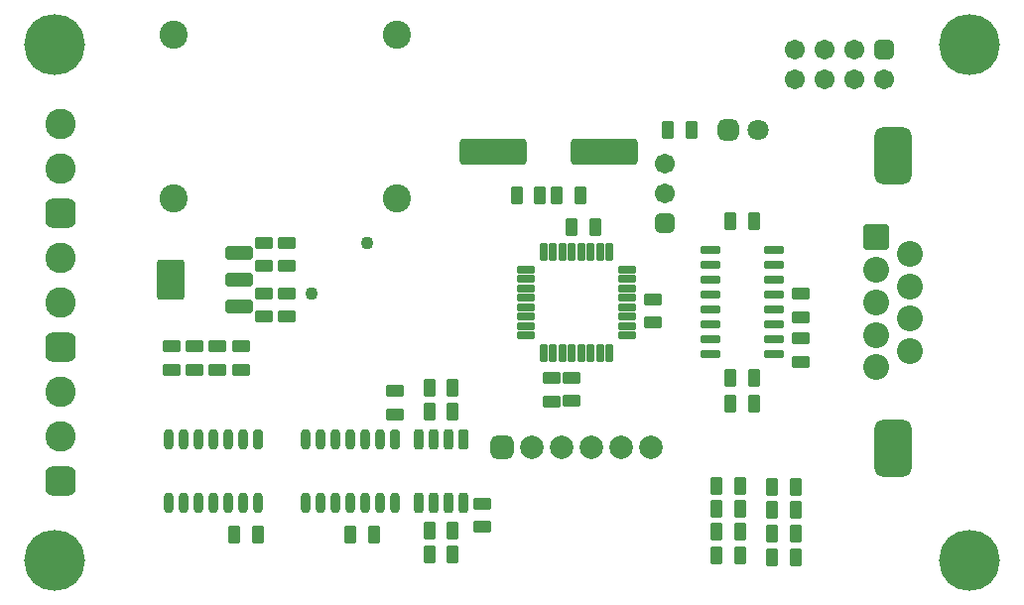
<source format=gts>
G04*
G04 #@! TF.GenerationSoftware,Altium Limited,Altium Designer,21.2.1 (34)*
G04*
G04 Layer_Color=8388736*
%FSTAX24Y24*%
%MOIN*%
G70*
G04*
G04 #@! TF.SameCoordinates,6ED15E3A-B912-4763-B2B7-C2A7582740ED*
G04*
G04*
G04 #@! TF.FilePolarity,Negative*
G04*
G01*
G75*
G04:AMPARAMS|DCode=30|XSize=59.1mil|YSize=39.4mil|CornerRadius=5.5mil|HoleSize=0mil|Usage=FLASHONLY|Rotation=0.000|XOffset=0mil|YOffset=0mil|HoleType=Round|Shape=RoundedRectangle|*
%AMROUNDEDRECTD30*
21,1,0.0591,0.0283,0,0,0.0*
21,1,0.0480,0.0394,0,0,0.0*
1,1,0.0110,0.0240,-0.0142*
1,1,0.0110,-0.0240,-0.0142*
1,1,0.0110,-0.0240,0.0142*
1,1,0.0110,0.0240,0.0142*
%
%ADD30ROUNDEDRECTD30*%
G04:AMPARAMS|DCode=31|XSize=59.1mil|YSize=39.4mil|CornerRadius=5.5mil|HoleSize=0mil|Usage=FLASHONLY|Rotation=270.000|XOffset=0mil|YOffset=0mil|HoleType=Round|Shape=RoundedRectangle|*
%AMROUNDEDRECTD31*
21,1,0.0591,0.0283,0,0,270.0*
21,1,0.0480,0.0394,0,0,270.0*
1,1,0.0110,-0.0142,-0.0240*
1,1,0.0110,-0.0142,0.0240*
1,1,0.0110,0.0142,0.0240*
1,1,0.0110,0.0142,-0.0240*
%
%ADD31ROUNDEDRECTD31*%
G04:AMPARAMS|DCode=32|XSize=67.1mil|YSize=30.8mil|CornerRadius=9.7mil|HoleSize=0mil|Usage=FLASHONLY|Rotation=270.000|XOffset=0mil|YOffset=0mil|HoleType=Round|Shape=RoundedRectangle|*
%AMROUNDEDRECTD32*
21,1,0.0671,0.0114,0,0,270.0*
21,1,0.0476,0.0308,0,0,270.0*
1,1,0.0194,-0.0057,-0.0238*
1,1,0.0194,-0.0057,0.0238*
1,1,0.0194,0.0057,0.0238*
1,1,0.0194,0.0057,-0.0238*
%
%ADD32ROUNDEDRECTD32*%
G04:AMPARAMS|DCode=33|XSize=67.1mil|YSize=30.8mil|CornerRadius=6.3mil|HoleSize=0mil|Usage=FLASHONLY|Rotation=270.000|XOffset=0mil|YOffset=0mil|HoleType=Round|Shape=RoundedRectangle|*
%AMROUNDEDRECTD33*
21,1,0.0671,0.0183,0,0,270.0*
21,1,0.0545,0.0308,0,0,270.0*
1,1,0.0126,-0.0091,-0.0272*
1,1,0.0126,-0.0091,0.0272*
1,1,0.0126,0.0091,0.0272*
1,1,0.0126,0.0091,-0.0272*
%
%ADD33ROUNDEDRECTD33*%
%ADD34C,0.0433*%
G04:AMPARAMS|DCode=35|XSize=58mil|YSize=28mil|CornerRadius=6mil|HoleSize=0mil|Usage=FLASHONLY|Rotation=270.000|XOffset=0mil|YOffset=0mil|HoleType=Round|Shape=RoundedRectangle|*
%AMROUNDEDRECTD35*
21,1,0.0580,0.0160,0,0,270.0*
21,1,0.0460,0.0280,0,0,270.0*
1,1,0.0120,-0.0080,-0.0230*
1,1,0.0120,-0.0080,0.0230*
1,1,0.0120,0.0080,0.0230*
1,1,0.0120,0.0080,-0.0230*
%
%ADD35ROUNDEDRECTD35*%
G04:AMPARAMS|DCode=36|XSize=28mil|YSize=58mil|CornerRadius=6mil|HoleSize=0mil|Usage=FLASHONLY|Rotation=270.000|XOffset=0mil|YOffset=0mil|HoleType=Round|Shape=RoundedRectangle|*
%AMROUNDEDRECTD36*
21,1,0.0280,0.0460,0,0,270.0*
21,1,0.0160,0.0580,0,0,270.0*
1,1,0.0120,-0.0230,-0.0080*
1,1,0.0120,-0.0230,0.0080*
1,1,0.0120,0.0230,0.0080*
1,1,0.0120,0.0230,-0.0080*
%
%ADD36ROUNDEDRECTD36*%
G04:AMPARAMS|DCode=37|XSize=31.6mil|YSize=69mil|CornerRadius=6.4mil|HoleSize=0mil|Usage=FLASHONLY|Rotation=0.000|XOffset=0mil|YOffset=0mil|HoleType=Round|Shape=RoundedRectangle|*
%AMROUNDEDRECTD37*
21,1,0.0316,0.0563,0,0,0.0*
21,1,0.0189,0.0690,0,0,0.0*
1,1,0.0127,0.0094,-0.0282*
1,1,0.0127,-0.0094,-0.0282*
1,1,0.0127,-0.0094,0.0282*
1,1,0.0127,0.0094,0.0282*
%
%ADD37ROUNDEDRECTD37*%
G04:AMPARAMS|DCode=38|XSize=31.6mil|YSize=69mil|CornerRadius=9.9mil|HoleSize=0mil|Usage=FLASHONLY|Rotation=0.000|XOffset=0mil|YOffset=0mil|HoleType=Round|Shape=RoundedRectangle|*
%AMROUNDEDRECTD38*
21,1,0.0316,0.0492,0,0,0.0*
21,1,0.0118,0.0690,0,0,0.0*
1,1,0.0198,0.0059,-0.0246*
1,1,0.0198,-0.0059,-0.0246*
1,1,0.0198,-0.0059,0.0246*
1,1,0.0198,0.0059,0.0246*
%
%ADD38ROUNDEDRECTD38*%
G04:AMPARAMS|DCode=39|XSize=224.5mil|YSize=86.7mil|CornerRadius=11.9mil|HoleSize=0mil|Usage=FLASHONLY|Rotation=180.000|XOffset=0mil|YOffset=0mil|HoleType=Round|Shape=RoundedRectangle|*
%AMROUNDEDRECTD39*
21,1,0.2245,0.0630,0,0,180.0*
21,1,0.2008,0.0867,0,0,180.0*
1,1,0.0237,-0.1004,0.0315*
1,1,0.0237,0.1004,0.0315*
1,1,0.0237,0.1004,-0.0315*
1,1,0.0237,-0.1004,-0.0315*
%
%ADD39ROUNDEDRECTD39*%
G04:AMPARAMS|DCode=40|XSize=67.1mil|YSize=29.7mil|CornerRadius=9.4mil|HoleSize=0mil|Usage=FLASHONLY|Rotation=180.000|XOffset=0mil|YOffset=0mil|HoleType=Round|Shape=RoundedRectangle|*
%AMROUNDEDRECTD40*
21,1,0.0671,0.0108,0,0,180.0*
21,1,0.0482,0.0297,0,0,180.0*
1,1,0.0188,-0.0241,0.0054*
1,1,0.0188,0.0241,0.0054*
1,1,0.0188,0.0241,-0.0054*
1,1,0.0188,-0.0241,-0.0054*
%
%ADD40ROUNDEDRECTD40*%
G04:AMPARAMS|DCode=41|XSize=67.1mil|YSize=29.7mil|CornerRadius=6.2mil|HoleSize=0mil|Usage=FLASHONLY|Rotation=180.000|XOffset=0mil|YOffset=0mil|HoleType=Round|Shape=RoundedRectangle|*
%AMROUNDEDRECTD41*
21,1,0.0671,0.0173,0,0,180.0*
21,1,0.0547,0.0297,0,0,180.0*
1,1,0.0123,-0.0274,0.0087*
1,1,0.0123,0.0274,0.0087*
1,1,0.0123,0.0274,-0.0087*
1,1,0.0123,-0.0274,-0.0087*
%
%ADD41ROUNDEDRECTD41*%
G04:AMPARAMS|DCode=42|XSize=92.6mil|YSize=136mil|CornerRadius=12.5mil|HoleSize=0mil|Usage=FLASHONLY|Rotation=180.000|XOffset=0mil|YOffset=0mil|HoleType=Round|Shape=RoundedRectangle|*
%AMROUNDEDRECTD42*
21,1,0.0926,0.1110,0,0,180.0*
21,1,0.0677,0.1360,0,0,180.0*
1,1,0.0249,-0.0339,0.0555*
1,1,0.0249,0.0339,0.0555*
1,1,0.0249,0.0339,-0.0555*
1,1,0.0249,-0.0339,-0.0555*
%
%ADD42ROUNDEDRECTD42*%
G04:AMPARAMS|DCode=43|XSize=92.6mil|YSize=45.4mil|CornerRadius=7.7mil|HoleSize=0mil|Usage=FLASHONLY|Rotation=180.000|XOffset=0mil|YOffset=0mil|HoleType=Round|Shape=RoundedRectangle|*
%AMROUNDEDRECTD43*
21,1,0.0926,0.0299,0,0,180.0*
21,1,0.0772,0.0454,0,0,180.0*
1,1,0.0155,-0.0386,0.0150*
1,1,0.0155,0.0386,0.0150*
1,1,0.0155,0.0386,-0.0150*
1,1,0.0155,-0.0386,-0.0150*
%
%ADD43ROUNDEDRECTD43*%
G04:AMPARAMS|DCode=44|XSize=195.4mil|YSize=126.1mil|CornerRadius=33.5mil|HoleSize=0mil|Usage=FLASHONLY|Rotation=90.000|XOffset=0mil|YOffset=0mil|HoleType=Round|Shape=RoundedRectangle|*
%AMROUNDEDRECTD44*
21,1,0.1954,0.0591,0,0,90.0*
21,1,0.1283,0.1261,0,0,90.0*
1,1,0.0671,0.0295,0.0642*
1,1,0.0671,0.0295,-0.0642*
1,1,0.0671,-0.0295,-0.0642*
1,1,0.0671,-0.0295,0.0642*
%
%ADD44ROUNDEDRECTD44*%
%ADD45C,0.0867*%
G04:AMPARAMS|DCode=46|XSize=86.7mil|YSize=86.7mil|CornerRadius=11.9mil|HoleSize=0mil|Usage=FLASHONLY|Rotation=0.000|XOffset=0mil|YOffset=0mil|HoleType=Round|Shape=RoundedRectangle|*
%AMROUNDEDRECTD46*
21,1,0.0867,0.0630,0,0,0.0*
21,1,0.0630,0.0867,0,0,0.0*
1,1,0.0237,0.0315,-0.0315*
1,1,0.0237,-0.0315,-0.0315*
1,1,0.0237,-0.0315,0.0315*
1,1,0.0237,0.0315,0.0315*
%
%ADD46ROUNDEDRECTD46*%
G04:AMPARAMS|DCode=47|XSize=102.5mil|YSize=102.5mil|CornerRadius=27.6mil|HoleSize=0mil|Usage=FLASHONLY|Rotation=270.000|XOffset=0mil|YOffset=0mil|HoleType=Round|Shape=RoundedRectangle|*
%AMROUNDEDRECTD47*
21,1,0.1025,0.0472,0,0,270.0*
21,1,0.0472,0.1025,0,0,270.0*
1,1,0.0552,-0.0236,-0.0236*
1,1,0.0552,-0.0236,0.0236*
1,1,0.0552,0.0236,0.0236*
1,1,0.0552,0.0236,-0.0236*
%
%ADD47ROUNDEDRECTD47*%
%ADD48C,0.1025*%
%ADD49C,0.0946*%
G04:AMPARAMS|DCode=50|XSize=67.1mil|YSize=67.1mil|CornerRadius=18.8mil|HoleSize=0mil|Usage=FLASHONLY|Rotation=90.000|XOffset=0mil|YOffset=0mil|HoleType=Round|Shape=RoundedRectangle|*
%AMROUNDEDRECTD50*
21,1,0.0671,0.0295,0,0,90.0*
21,1,0.0295,0.0671,0,0,90.0*
1,1,0.0375,0.0148,0.0148*
1,1,0.0375,0.0148,-0.0148*
1,1,0.0375,-0.0148,-0.0148*
1,1,0.0375,-0.0148,0.0148*
%
%ADD50ROUNDEDRECTD50*%
%ADD51C,0.0671*%
G04:AMPARAMS|DCode=52|XSize=71mil|YSize=71mil|CornerRadius=19.7mil|HoleSize=0mil|Usage=FLASHONLY|Rotation=0.000|XOffset=0mil|YOffset=0mil|HoleType=Round|Shape=RoundedRectangle|*
%AMROUNDEDRECTD52*
21,1,0.0710,0.0315,0,0,0.0*
21,1,0.0315,0.0710,0,0,0.0*
1,1,0.0395,0.0157,-0.0157*
1,1,0.0395,-0.0157,-0.0157*
1,1,0.0395,-0.0157,0.0157*
1,1,0.0395,0.0157,0.0157*
%
%ADD52ROUNDEDRECTD52*%
%ADD53C,0.0710*%
G04:AMPARAMS|DCode=54|XSize=78.9mil|YSize=78.9mil|CornerRadius=21.7mil|HoleSize=0mil|Usage=FLASHONLY|Rotation=0.000|XOffset=0mil|YOffset=0mil|HoleType=Round|Shape=RoundedRectangle|*
%AMROUNDEDRECTD54*
21,1,0.0789,0.0354,0,0,0.0*
21,1,0.0354,0.0789,0,0,0.0*
1,1,0.0434,0.0177,-0.0177*
1,1,0.0434,-0.0177,-0.0177*
1,1,0.0434,-0.0177,0.0177*
1,1,0.0434,0.0177,0.0177*
%
%ADD54ROUNDEDRECTD54*%
%ADD55C,0.0789*%
G04:AMPARAMS|DCode=56|XSize=67.1mil|YSize=67.1mil|CornerRadius=18.8mil|HoleSize=0mil|Usage=FLASHONLY|Rotation=180.000|XOffset=0mil|YOffset=0mil|HoleType=Round|Shape=RoundedRectangle|*
%AMROUNDEDRECTD56*
21,1,0.0671,0.0295,0,0,180.0*
21,1,0.0295,0.0671,0,0,180.0*
1,1,0.0375,-0.0148,0.0148*
1,1,0.0375,0.0148,0.0148*
1,1,0.0375,0.0148,-0.0148*
1,1,0.0375,-0.0148,-0.0148*
%
%ADD56ROUNDEDRECTD56*%
%ADD57C,0.2049*%
D30*
X035557Y022158D02*
D03*
Y02137D02*
D03*
X033231Y017937D02*
D03*
Y017149D02*
D03*
X03029Y020936D02*
D03*
Y021724D02*
D03*
X02668Y025004D02*
D03*
Y024216D02*
D03*
Y025912D02*
D03*
Y0267D02*
D03*
X02592Y025004D02*
D03*
Y024216D02*
D03*
Y025912D02*
D03*
Y0267D02*
D03*
X02515Y022436D02*
D03*
Y023224D02*
D03*
X036246Y022164D02*
D03*
Y021376D02*
D03*
X043945Y024199D02*
D03*
Y024986D02*
D03*
Y022691D02*
D03*
Y023479D02*
D03*
X03896Y024804D02*
D03*
Y024016D02*
D03*
X02435Y023224D02*
D03*
Y022436D02*
D03*
X02279Y022436D02*
D03*
Y023224D02*
D03*
X02357Y022436D02*
D03*
Y023224D02*
D03*
D31*
X025704Y016895D02*
D03*
X024916D02*
D03*
X028806Y016887D02*
D03*
X029594D02*
D03*
X042982Y016126D02*
D03*
X04377D02*
D03*
X041117Y016176D02*
D03*
X041905D02*
D03*
X035183Y02828D02*
D03*
X034396D02*
D03*
X035735D02*
D03*
X036522D02*
D03*
X036248Y02722D02*
D03*
X037035D02*
D03*
X042359Y02743D02*
D03*
X041571D02*
D03*
X041571Y021275D02*
D03*
X042359D02*
D03*
X041571Y022155D02*
D03*
X042359D02*
D03*
X04377Y016926D02*
D03*
X042982D02*
D03*
X041905Y016976D02*
D03*
X041117D02*
D03*
X040255Y03048D02*
D03*
X039467D02*
D03*
X042982Y018486D02*
D03*
X04377D02*
D03*
X041117Y018536D02*
D03*
X041905D02*
D03*
X031456Y01622D02*
D03*
X032244D02*
D03*
X032244Y01701D02*
D03*
X031456D02*
D03*
X031456Y02103D02*
D03*
X032244D02*
D03*
X032244Y02182D02*
D03*
X031456D02*
D03*
X042982Y017706D02*
D03*
X04377D02*
D03*
X041117Y017756D02*
D03*
X041905D02*
D03*
D32*
X02272Y020083D02*
D03*
X02322D02*
D03*
X02372D02*
D03*
X02422D02*
D03*
X02472D02*
D03*
X02522D02*
D03*
X02572Y017957D02*
D03*
X02522D02*
D03*
X02472D02*
D03*
X02422D02*
D03*
X02372D02*
D03*
X02322D02*
D03*
X02272D02*
D03*
X02729Y020083D02*
D03*
X02779D02*
D03*
X02829D02*
D03*
X02879D02*
D03*
X02929D02*
D03*
X02979D02*
D03*
X03029Y017957D02*
D03*
X02979D02*
D03*
X02929D02*
D03*
X02879D02*
D03*
X02829D02*
D03*
X02779D02*
D03*
X02729D02*
D03*
D33*
X02572Y020083D02*
D03*
X03029Y020083D02*
D03*
D34*
X02938Y026677D02*
D03*
X02751Y025004D02*
D03*
D35*
X037506Y026383D02*
D03*
X037191D02*
D03*
X036876D02*
D03*
X036561D02*
D03*
X036246D02*
D03*
X035931D02*
D03*
X035617D02*
D03*
X035302D02*
D03*
Y023003D02*
D03*
X035617D02*
D03*
X035931D02*
D03*
X036246D02*
D03*
X036561D02*
D03*
X036876D02*
D03*
X037191D02*
D03*
X037506D02*
D03*
D36*
X034714Y025795D02*
D03*
Y02548D02*
D03*
Y025165D02*
D03*
Y02485D02*
D03*
Y024535D02*
D03*
Y02422D02*
D03*
Y023905D02*
D03*
Y02359D02*
D03*
X038094D02*
D03*
Y023905D02*
D03*
Y02422D02*
D03*
Y024535D02*
D03*
Y02485D02*
D03*
Y025165D02*
D03*
Y02548D02*
D03*
Y025795D02*
D03*
D37*
X0326Y020083D02*
D03*
D38*
X0321D02*
D03*
X0316D02*
D03*
X0311D02*
D03*
X0326Y017957D02*
D03*
X0321D02*
D03*
X0316D02*
D03*
X0311D02*
D03*
D39*
X033589Y029769D02*
D03*
X037329D02*
D03*
D40*
X040902Y026443D02*
D03*
Y025943D02*
D03*
Y025443D02*
D03*
Y024943D02*
D03*
Y024443D02*
D03*
Y023943D02*
D03*
Y023443D02*
D03*
Y022943D02*
D03*
X043028Y023443D02*
D03*
Y023943D02*
D03*
Y024443D02*
D03*
Y024943D02*
D03*
Y025443D02*
D03*
Y025943D02*
D03*
Y026443D02*
D03*
D41*
Y022943D02*
D03*
D42*
X022786Y025466D02*
D03*
D43*
X02507Y026371D02*
D03*
Y025466D02*
D03*
Y02456D02*
D03*
D44*
X047031Y029612D02*
D03*
Y019773D02*
D03*
D45*
X046472Y022511D02*
D03*
X04759Y023057D02*
D03*
X046472Y023602D02*
D03*
X04759Y024147D02*
D03*
X046472Y024693D02*
D03*
X04759Y025238D02*
D03*
X046472Y025783D02*
D03*
X04759Y026328D02*
D03*
D46*
X046472Y026874D02*
D03*
D47*
X019078Y023193D02*
D03*
Y018693D02*
D03*
Y027693D02*
D03*
D48*
Y024692D02*
D03*
Y026193D02*
D03*
Y020192D02*
D03*
Y021693D02*
D03*
Y029192D02*
D03*
Y030693D02*
D03*
D49*
X030363Y033692D02*
D03*
X022883D02*
D03*
X030363Y02818D02*
D03*
X022883D02*
D03*
D50*
X03938Y027367D02*
D03*
D51*
Y028367D02*
D03*
Y029367D02*
D03*
X043741Y032205D02*
D03*
Y033205D02*
D03*
X044741Y032205D02*
D03*
Y033205D02*
D03*
X045741Y032205D02*
D03*
Y033205D02*
D03*
X046741Y032205D02*
D03*
D52*
X041491Y03048D02*
D03*
D53*
X042491D02*
D03*
D54*
X033904Y019838D02*
D03*
D55*
X034904D02*
D03*
X035904D02*
D03*
X036904D02*
D03*
X037904D02*
D03*
X038904D02*
D03*
D56*
X046741Y033205D02*
D03*
D57*
X018881Y033354D02*
D03*
X04959Y016031D02*
D03*
X018881D02*
D03*
X04959Y033354D02*
D03*
M02*

</source>
